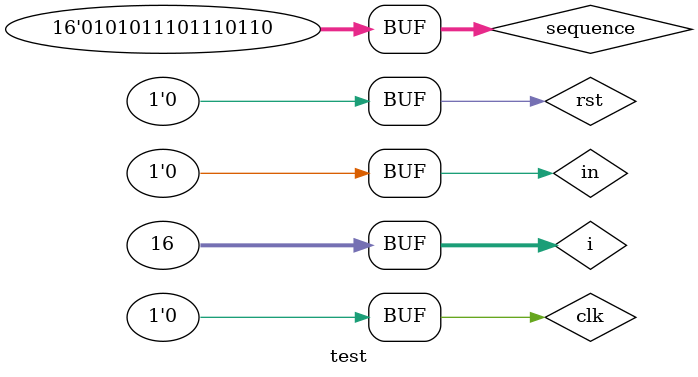
<source format=v>

module fsm(clk, rst, in, op);
	
	input clk, rst, in;
	output op;
	reg [2:0] state;
	reg op;
	
	always @ (posedge clk, posedge rst)	begin
		if(rst) begin
			state <= 3'b000;
			op <= 0;
		end
		
		else begin
			case(state)
			
				3'b000: begin
					if(in) begin
						state <= 3'b001;
						op <= 0;
					end
					
					else begin
						state <= 3'b000;
						op <= 0;
					end
				end
						
				3'b001: begin
					if(in) begin
						state <= 3'b001;
						op <= 0;
					end
					
					else begin
						state <= 3'b010;
						op <= 0;
					end
				end
						
				3'b010: begin
					if(in) begin
						state <= 3'b011;
						op <= 0;
					end
					
					else begin
						state <= 3'b000;
						op <= 0;
					end
				end
						
				3'b011: begin
					if(in) begin
						state <= 3'b100;
						op <= 0;
					end
					
					else begin
						state <= 3'b010;
						op <= 0;
					end
				end
						
				3'b100: begin
					if(in) begin
						state <= 3'b001;
						op <= 0;
					end
					
					else begin
						state <= 3'b010;
						op <= 1;
					end
				end
						
				default: begin
					state <= 3'b000;
					op <= 0;
				end
			endcase
		end
	end
endmodule

module test;

	reg clk, rst, in;
	wire op;
	reg[0:15] sequence;
	integer i;
	
	fsm duty(clk, rst, in, op);
	
	initial begin
		clk = 0; rst=1;
		sequence = 16'b0101_0111_0111_0110;
		#5 rst = 0;
		
		for(i=0; i<=15; i=i+1) begin
			in = sequence[i];
			#2 clk=1;
			#2 clk=0;
			$display("State = ", duty.state, " Input = ", in, " Output = ",op);
		end
	end
endmodule
</source>
